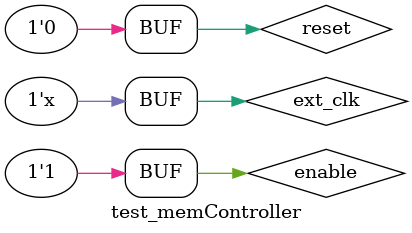
<source format=v>
`timescale 1ns / 1ps


module test_memController;

	// Inputs
	reg enable;
	reg reset;
	reg ext_clk;

	// Outputs
	wire [7:0] color;
	wire HSync;
	wire VSync;
	wire on;

	// Instantiate the Unit Under Test (UUT)
	computer uut (
		.enable(enable), 
		.reset(reset), 
		.ext_clk(ext_clk), 
		.color(color), 
		.HSync(HSync), 
		.VSync(VSync), 
		.on(on)
	);
	
	always #5 ext_clk = ~ext_clk;

	initial begin
		// Initialize Inputs
		enable = 0;
		reset = 0;
		ext_clk = 0;

		// Wait 100 ns for global reset to finish
		#10;
		
		enable = 1;
        
		// Add stimulus here

	end
      
endmodule


</source>
